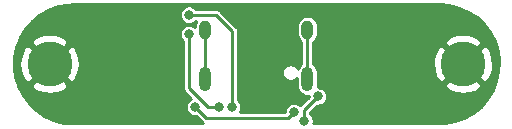
<source format=gbr>
%TF.GenerationSoftware,KiCad,Pcbnew,5.1.10-88a1d61d58~88~ubuntu20.04.1*%
%TF.CreationDate,2021-04-30T16:59:14-07:00*%
%TF.ProjectId,kb-db,6b622d64-622e-46b6-9963-61645f706362,rev?*%
%TF.SameCoordinates,Original*%
%TF.FileFunction,Copper,L2,Bot*%
%TF.FilePolarity,Positive*%
%FSLAX46Y46*%
G04 Gerber Fmt 4.6, Leading zero omitted, Abs format (unit mm)*
G04 Created by KiCad (PCBNEW 5.1.10-88a1d61d58~88~ubuntu20.04.1) date 2021-04-30 16:59:14*
%MOMM*%
%LPD*%
G01*
G04 APERTURE LIST*
%TA.AperFunction,ComponentPad*%
%ADD10C,3.800000*%
%TD*%
%TA.AperFunction,ComponentPad*%
%ADD11O,1.000000X2.100000*%
%TD*%
%TA.AperFunction,ComponentPad*%
%ADD12O,1.000000X1.600000*%
%TD*%
%TA.AperFunction,ViaPad*%
%ADD13C,0.800000*%
%TD*%
%TA.AperFunction,Conductor*%
%ADD14C,0.250000*%
%TD*%
%TA.AperFunction,Conductor*%
%ADD15C,0.254000*%
%TD*%
%TA.AperFunction,Conductor*%
%ADD16C,0.100000*%
%TD*%
G04 APERTURE END LIST*
D10*
%TO.P,H2,1*%
%TO.N,Earth*%
X61487000Y-63472000D03*
%TD*%
%TO.P,H1,1*%
%TO.N,Earth*%
X96487000Y-63472000D03*
%TD*%
D11*
%TO.P,USB1,13*%
%TO.N,Net-(C1-Pad1)*%
X83312000Y-64759000D03*
X74672000Y-64759000D03*
D12*
X83312000Y-60579000D03*
X74672000Y-60579000D03*
%TD*%
D13*
%TO.N,Earth*%
X68446000Y-65592000D03*
X88429000Y-65612347D03*
%TO.N,VCC*%
X73279000Y-60960000D03*
X75853014Y-67116004D03*
%TO.N,GND*%
X82169000Y-67564000D03*
X73785365Y-67110635D03*
%TO.N,Net-(R1-Pad2)*%
X83058000Y-68326000D03*
X84194000Y-66227000D03*
%TO.N,Net-(R2-Pad2)*%
X73279000Y-59309000D03*
X76955000Y-67116002D03*
%TD*%
D14*
%TO.N,Net-(C1-Pad1)*%
X74672000Y-64759000D02*
X74672000Y-60579000D01*
X83312000Y-60579000D02*
X83312000Y-64759000D01*
%TO.N,VCC*%
X73279000Y-60960000D02*
X73279000Y-65529685D01*
X74865319Y-67116004D02*
X75853014Y-67116004D01*
X73279000Y-65529685D02*
X74865319Y-67116004D01*
%TO.N,GND*%
X81661000Y-68072000D02*
X74746730Y-68072000D01*
X82169000Y-67564000D02*
X81661000Y-68072000D01*
X74746730Y-68072000D02*
X73785365Y-67110635D01*
%TO.N,Net-(R1-Pad2)*%
X83058000Y-68326000D02*
X83058000Y-67363000D01*
X83058000Y-67363000D02*
X84194000Y-66227000D01*
%TO.N,Net-(R2-Pad2)*%
X76955000Y-60699000D02*
X76955000Y-67116002D01*
X73279000Y-59309000D02*
X75565000Y-59309000D01*
X75565000Y-59309000D02*
X76955000Y-60699000D01*
%TD*%
D15*
%TO.N,Earth*%
X95336581Y-58501726D02*
X96161880Y-58715931D01*
X96939275Y-59066123D01*
X97646563Y-59542296D01*
X98263505Y-60130830D01*
X98772464Y-60814895D01*
X99158893Y-61574945D01*
X99411735Y-62389227D01*
X99523763Y-63234474D01*
X99491777Y-64086509D01*
X99316687Y-64920978D01*
X99003503Y-65714010D01*
X98561175Y-66442942D01*
X98002360Y-67086921D01*
X97343022Y-67627544D01*
X96602030Y-68049341D01*
X95800559Y-68340261D01*
X94953066Y-68493514D01*
X94476250Y-68516000D01*
X83816508Y-68516000D01*
X83839000Y-68402922D01*
X83839000Y-68249078D01*
X83808987Y-68098191D01*
X83750113Y-67956058D01*
X83664642Y-67828141D01*
X83564000Y-67727499D01*
X83564000Y-67572591D01*
X84128592Y-67008000D01*
X84270922Y-67008000D01*
X84421809Y-66977987D01*
X84563942Y-66919113D01*
X84691859Y-66833642D01*
X84800642Y-66724859D01*
X84886113Y-66596942D01*
X84944987Y-66454809D01*
X84975000Y-66303922D01*
X84975000Y-66150078D01*
X84944987Y-65999191D01*
X84886113Y-65857058D01*
X84800642Y-65729141D01*
X84691859Y-65620358D01*
X84563942Y-65534887D01*
X84421809Y-65476013D01*
X84270922Y-65446000D01*
X84183769Y-65446000D01*
X84193000Y-65352273D01*
X84193000Y-65248349D01*
X94890256Y-65248349D01*
X95094362Y-65604867D01*
X95537223Y-65835575D01*
X96016583Y-65975452D01*
X96514021Y-66019123D01*
X97010422Y-65964909D01*
X97486707Y-65814894D01*
X97879638Y-65604867D01*
X98083744Y-65248349D01*
X96487000Y-63651605D01*
X94890256Y-65248349D01*
X84193000Y-65248349D01*
X84193000Y-64165727D01*
X84180252Y-64036294D01*
X84129875Y-63870225D01*
X84048068Y-63717175D01*
X83937975Y-63583025D01*
X83835615Y-63499021D01*
X93939877Y-63499021D01*
X93994091Y-63995422D01*
X94144106Y-64471707D01*
X94354133Y-64864638D01*
X94710651Y-65068744D01*
X96307395Y-63472000D01*
X96666605Y-63472000D01*
X98263349Y-65068744D01*
X98619867Y-64864638D01*
X98850575Y-64421777D01*
X98990452Y-63942417D01*
X99034123Y-63444979D01*
X98979909Y-62948578D01*
X98829894Y-62472293D01*
X98619867Y-62079362D01*
X98263349Y-61875256D01*
X96666605Y-63472000D01*
X96307395Y-63472000D01*
X94710651Y-61875256D01*
X94354133Y-62079362D01*
X94123425Y-62522223D01*
X93983548Y-63001583D01*
X93939877Y-63499021D01*
X83835615Y-63499021D01*
X83818000Y-63484565D01*
X83818000Y-61695651D01*
X94890256Y-61695651D01*
X96487000Y-63292395D01*
X98083744Y-61695651D01*
X97879638Y-61339133D01*
X97436777Y-61108425D01*
X96957417Y-60968548D01*
X96459979Y-60924877D01*
X95963578Y-60979091D01*
X95487293Y-61129106D01*
X95094362Y-61339133D01*
X94890256Y-61695651D01*
X83818000Y-61695651D01*
X83818000Y-61603434D01*
X83937975Y-61504975D01*
X84048068Y-61370825D01*
X84129875Y-61217775D01*
X84180252Y-61051706D01*
X84193000Y-60922273D01*
X84193000Y-60235727D01*
X84180252Y-60106294D01*
X84129875Y-59940225D01*
X84048068Y-59787175D01*
X83937975Y-59653025D01*
X83803825Y-59542932D01*
X83650775Y-59461125D01*
X83484706Y-59410748D01*
X83312000Y-59393738D01*
X83139295Y-59410748D01*
X82973226Y-59461125D01*
X82820176Y-59542932D01*
X82686026Y-59653025D01*
X82575933Y-59787175D01*
X82494125Y-59940225D01*
X82443748Y-60106294D01*
X82431000Y-60235727D01*
X82431000Y-60922272D01*
X82443748Y-61051705D01*
X82494125Y-61217774D01*
X82575932Y-61370824D01*
X82686025Y-61504975D01*
X82806000Y-61603435D01*
X82806001Y-63484565D01*
X82686026Y-63583025D01*
X82575933Y-63717175D01*
X82494126Y-63870225D01*
X82493266Y-63873059D01*
X82430386Y-63778951D01*
X82332049Y-63680614D01*
X82216416Y-63603351D01*
X82087933Y-63550131D01*
X81951535Y-63523000D01*
X81812465Y-63523000D01*
X81676067Y-63550131D01*
X81547584Y-63603351D01*
X81431951Y-63680614D01*
X81333614Y-63778951D01*
X81256351Y-63894584D01*
X81203131Y-64023067D01*
X81176000Y-64159465D01*
X81176000Y-64298535D01*
X81203131Y-64434933D01*
X81256351Y-64563416D01*
X81333614Y-64679049D01*
X81431951Y-64777386D01*
X81547584Y-64854649D01*
X81676067Y-64907869D01*
X81812465Y-64935000D01*
X81951535Y-64935000D01*
X82087933Y-64907869D01*
X82216416Y-64854649D01*
X82332049Y-64777386D01*
X82430386Y-64679049D01*
X82431001Y-64678129D01*
X82431000Y-65352272D01*
X82443748Y-65481705D01*
X82494125Y-65647774D01*
X82575932Y-65800824D01*
X82686025Y-65934975D01*
X82820175Y-66045068D01*
X82973225Y-66126875D01*
X83139294Y-66177252D01*
X83312000Y-66194262D01*
X83413000Y-66184314D01*
X83413000Y-66292408D01*
X82717780Y-66987629D01*
X82706438Y-66996937D01*
X82666859Y-66957358D01*
X82538942Y-66871887D01*
X82396809Y-66813013D01*
X82245922Y-66783000D01*
X82092078Y-66783000D01*
X81941191Y-66813013D01*
X81799058Y-66871887D01*
X81671141Y-66957358D01*
X81562358Y-67066141D01*
X81476887Y-67194058D01*
X81418013Y-67336191D01*
X81388000Y-67487078D01*
X81388000Y-67566000D01*
X77593622Y-67566000D01*
X77647113Y-67485944D01*
X77705987Y-67343811D01*
X77736000Y-67192924D01*
X77736000Y-67039080D01*
X77705987Y-66888193D01*
X77647113Y-66746060D01*
X77561642Y-66618143D01*
X77461000Y-66517501D01*
X77461000Y-60723854D01*
X77463448Y-60699000D01*
X77453678Y-60599807D01*
X77424745Y-60504425D01*
X77417171Y-60490255D01*
X77377759Y-60416521D01*
X77314527Y-60339473D01*
X77295220Y-60323628D01*
X75940376Y-58968785D01*
X75924527Y-58949473D01*
X75847479Y-58886241D01*
X75759575Y-58839255D01*
X75664193Y-58810322D01*
X75589854Y-58803000D01*
X75589846Y-58803000D01*
X75565000Y-58800553D01*
X75540154Y-58803000D01*
X73877501Y-58803000D01*
X73776859Y-58702358D01*
X73648942Y-58616887D01*
X73506809Y-58558013D01*
X73355922Y-58528000D01*
X73202078Y-58528000D01*
X73051191Y-58558013D01*
X72909058Y-58616887D01*
X72781141Y-58702358D01*
X72672358Y-58811141D01*
X72586887Y-58939058D01*
X72528013Y-59081191D01*
X72498000Y-59232078D01*
X72498000Y-59385922D01*
X72528013Y-59536809D01*
X72586887Y-59678942D01*
X72672358Y-59806859D01*
X72781141Y-59915642D01*
X72909058Y-60001113D01*
X73051191Y-60059987D01*
X73202078Y-60090000D01*
X73355922Y-60090000D01*
X73506809Y-60059987D01*
X73648942Y-60001113D01*
X73776859Y-59915642D01*
X73877501Y-59815000D01*
X73921060Y-59815000D01*
X73854125Y-59940225D01*
X73803748Y-60106294D01*
X73791000Y-60235727D01*
X73791000Y-60367499D01*
X73776859Y-60353358D01*
X73648942Y-60267887D01*
X73506809Y-60209013D01*
X73355922Y-60179000D01*
X73202078Y-60179000D01*
X73051191Y-60209013D01*
X72909058Y-60267887D01*
X72781141Y-60353358D01*
X72672358Y-60462141D01*
X72586887Y-60590058D01*
X72528013Y-60732191D01*
X72498000Y-60883078D01*
X72498000Y-61036922D01*
X72528013Y-61187809D01*
X72586887Y-61329942D01*
X72672358Y-61457859D01*
X72773000Y-61558501D01*
X72773001Y-65504829D01*
X72770553Y-65529685D01*
X72780322Y-65628877D01*
X72809255Y-65724259D01*
X72809256Y-65724260D01*
X72856242Y-65812164D01*
X72919474Y-65889212D01*
X72938780Y-65905057D01*
X73441460Y-66407737D01*
X73415423Y-66418522D01*
X73287506Y-66503993D01*
X73178723Y-66612776D01*
X73093252Y-66740693D01*
X73034378Y-66882826D01*
X73004365Y-67033713D01*
X73004365Y-67187557D01*
X73034378Y-67338444D01*
X73093252Y-67480577D01*
X73178723Y-67608494D01*
X73287506Y-67717277D01*
X73415423Y-67802748D01*
X73557556Y-67861622D01*
X73708443Y-67891635D01*
X73850774Y-67891635D01*
X74371358Y-68412220D01*
X74387203Y-68431527D01*
X74464251Y-68494759D01*
X74503990Y-68516000D01*
X63506309Y-68516000D01*
X62637420Y-68442274D01*
X61812125Y-68228070D01*
X61034725Y-67877877D01*
X60327434Y-67401701D01*
X59710493Y-66813167D01*
X59201534Y-66129103D01*
X58815107Y-65369055D01*
X58777627Y-65248349D01*
X59890256Y-65248349D01*
X60094362Y-65604867D01*
X60537223Y-65835575D01*
X61016583Y-65975452D01*
X61514021Y-66019123D01*
X62010422Y-65964909D01*
X62486707Y-65814894D01*
X62879638Y-65604867D01*
X63083744Y-65248349D01*
X61487000Y-63651605D01*
X59890256Y-65248349D01*
X58777627Y-65248349D01*
X58562265Y-64554774D01*
X58450237Y-63709526D01*
X58458139Y-63499021D01*
X58939877Y-63499021D01*
X58994091Y-63995422D01*
X59144106Y-64471707D01*
X59354133Y-64864638D01*
X59710651Y-65068744D01*
X61307395Y-63472000D01*
X61666605Y-63472000D01*
X63263349Y-65068744D01*
X63619867Y-64864638D01*
X63850575Y-64421777D01*
X63990452Y-63942417D01*
X64034123Y-63444979D01*
X63979909Y-62948578D01*
X63829894Y-62472293D01*
X63619867Y-62079362D01*
X63263349Y-61875256D01*
X61666605Y-63472000D01*
X61307395Y-63472000D01*
X59710651Y-61875256D01*
X59354133Y-62079362D01*
X59123425Y-62522223D01*
X58983548Y-63001583D01*
X58939877Y-63499021D01*
X58458139Y-63499021D01*
X58482223Y-62857491D01*
X58657313Y-62023022D01*
X58786598Y-61695651D01*
X59890256Y-61695651D01*
X61487000Y-63292395D01*
X63083744Y-61695651D01*
X62879638Y-61339133D01*
X62436777Y-61108425D01*
X61957417Y-60968548D01*
X61459979Y-60924877D01*
X60963578Y-60979091D01*
X60487293Y-61129106D01*
X60094362Y-61339133D01*
X59890256Y-61695651D01*
X58786598Y-61695651D01*
X58970496Y-61229993D01*
X59412827Y-60501054D01*
X59971640Y-59857080D01*
X60630978Y-59316456D01*
X61371972Y-58894658D01*
X62173445Y-58603737D01*
X63020934Y-58450486D01*
X63497750Y-58428000D01*
X94467691Y-58428000D01*
X95336581Y-58501726D01*
%TA.AperFunction,Conductor*%
D16*
G36*
X95336581Y-58501726D02*
G01*
X96161880Y-58715931D01*
X96939275Y-59066123D01*
X97646563Y-59542296D01*
X98263505Y-60130830D01*
X98772464Y-60814895D01*
X99158893Y-61574945D01*
X99411735Y-62389227D01*
X99523763Y-63234474D01*
X99491777Y-64086509D01*
X99316687Y-64920978D01*
X99003503Y-65714010D01*
X98561175Y-66442942D01*
X98002360Y-67086921D01*
X97343022Y-67627544D01*
X96602030Y-68049341D01*
X95800559Y-68340261D01*
X94953066Y-68493514D01*
X94476250Y-68516000D01*
X83816508Y-68516000D01*
X83839000Y-68402922D01*
X83839000Y-68249078D01*
X83808987Y-68098191D01*
X83750113Y-67956058D01*
X83664642Y-67828141D01*
X83564000Y-67727499D01*
X83564000Y-67572591D01*
X84128592Y-67008000D01*
X84270922Y-67008000D01*
X84421809Y-66977987D01*
X84563942Y-66919113D01*
X84691859Y-66833642D01*
X84800642Y-66724859D01*
X84886113Y-66596942D01*
X84944987Y-66454809D01*
X84975000Y-66303922D01*
X84975000Y-66150078D01*
X84944987Y-65999191D01*
X84886113Y-65857058D01*
X84800642Y-65729141D01*
X84691859Y-65620358D01*
X84563942Y-65534887D01*
X84421809Y-65476013D01*
X84270922Y-65446000D01*
X84183769Y-65446000D01*
X84193000Y-65352273D01*
X84193000Y-65248349D01*
X94890256Y-65248349D01*
X95094362Y-65604867D01*
X95537223Y-65835575D01*
X96016583Y-65975452D01*
X96514021Y-66019123D01*
X97010422Y-65964909D01*
X97486707Y-65814894D01*
X97879638Y-65604867D01*
X98083744Y-65248349D01*
X96487000Y-63651605D01*
X94890256Y-65248349D01*
X84193000Y-65248349D01*
X84193000Y-64165727D01*
X84180252Y-64036294D01*
X84129875Y-63870225D01*
X84048068Y-63717175D01*
X83937975Y-63583025D01*
X83835615Y-63499021D01*
X93939877Y-63499021D01*
X93994091Y-63995422D01*
X94144106Y-64471707D01*
X94354133Y-64864638D01*
X94710651Y-65068744D01*
X96307395Y-63472000D01*
X96666605Y-63472000D01*
X98263349Y-65068744D01*
X98619867Y-64864638D01*
X98850575Y-64421777D01*
X98990452Y-63942417D01*
X99034123Y-63444979D01*
X98979909Y-62948578D01*
X98829894Y-62472293D01*
X98619867Y-62079362D01*
X98263349Y-61875256D01*
X96666605Y-63472000D01*
X96307395Y-63472000D01*
X94710651Y-61875256D01*
X94354133Y-62079362D01*
X94123425Y-62522223D01*
X93983548Y-63001583D01*
X93939877Y-63499021D01*
X83835615Y-63499021D01*
X83818000Y-63484565D01*
X83818000Y-61695651D01*
X94890256Y-61695651D01*
X96487000Y-63292395D01*
X98083744Y-61695651D01*
X97879638Y-61339133D01*
X97436777Y-61108425D01*
X96957417Y-60968548D01*
X96459979Y-60924877D01*
X95963578Y-60979091D01*
X95487293Y-61129106D01*
X95094362Y-61339133D01*
X94890256Y-61695651D01*
X83818000Y-61695651D01*
X83818000Y-61603434D01*
X83937975Y-61504975D01*
X84048068Y-61370825D01*
X84129875Y-61217775D01*
X84180252Y-61051706D01*
X84193000Y-60922273D01*
X84193000Y-60235727D01*
X84180252Y-60106294D01*
X84129875Y-59940225D01*
X84048068Y-59787175D01*
X83937975Y-59653025D01*
X83803825Y-59542932D01*
X83650775Y-59461125D01*
X83484706Y-59410748D01*
X83312000Y-59393738D01*
X83139295Y-59410748D01*
X82973226Y-59461125D01*
X82820176Y-59542932D01*
X82686026Y-59653025D01*
X82575933Y-59787175D01*
X82494125Y-59940225D01*
X82443748Y-60106294D01*
X82431000Y-60235727D01*
X82431000Y-60922272D01*
X82443748Y-61051705D01*
X82494125Y-61217774D01*
X82575932Y-61370824D01*
X82686025Y-61504975D01*
X82806000Y-61603435D01*
X82806001Y-63484565D01*
X82686026Y-63583025D01*
X82575933Y-63717175D01*
X82494126Y-63870225D01*
X82493266Y-63873059D01*
X82430386Y-63778951D01*
X82332049Y-63680614D01*
X82216416Y-63603351D01*
X82087933Y-63550131D01*
X81951535Y-63523000D01*
X81812465Y-63523000D01*
X81676067Y-63550131D01*
X81547584Y-63603351D01*
X81431951Y-63680614D01*
X81333614Y-63778951D01*
X81256351Y-63894584D01*
X81203131Y-64023067D01*
X81176000Y-64159465D01*
X81176000Y-64298535D01*
X81203131Y-64434933D01*
X81256351Y-64563416D01*
X81333614Y-64679049D01*
X81431951Y-64777386D01*
X81547584Y-64854649D01*
X81676067Y-64907869D01*
X81812465Y-64935000D01*
X81951535Y-64935000D01*
X82087933Y-64907869D01*
X82216416Y-64854649D01*
X82332049Y-64777386D01*
X82430386Y-64679049D01*
X82431001Y-64678129D01*
X82431000Y-65352272D01*
X82443748Y-65481705D01*
X82494125Y-65647774D01*
X82575932Y-65800824D01*
X82686025Y-65934975D01*
X82820175Y-66045068D01*
X82973225Y-66126875D01*
X83139294Y-66177252D01*
X83312000Y-66194262D01*
X83413000Y-66184314D01*
X83413000Y-66292408D01*
X82717780Y-66987629D01*
X82706438Y-66996937D01*
X82666859Y-66957358D01*
X82538942Y-66871887D01*
X82396809Y-66813013D01*
X82245922Y-66783000D01*
X82092078Y-66783000D01*
X81941191Y-66813013D01*
X81799058Y-66871887D01*
X81671141Y-66957358D01*
X81562358Y-67066141D01*
X81476887Y-67194058D01*
X81418013Y-67336191D01*
X81388000Y-67487078D01*
X81388000Y-67566000D01*
X77593622Y-67566000D01*
X77647113Y-67485944D01*
X77705987Y-67343811D01*
X77736000Y-67192924D01*
X77736000Y-67039080D01*
X77705987Y-66888193D01*
X77647113Y-66746060D01*
X77561642Y-66618143D01*
X77461000Y-66517501D01*
X77461000Y-60723854D01*
X77463448Y-60699000D01*
X77453678Y-60599807D01*
X77424745Y-60504425D01*
X77417171Y-60490255D01*
X77377759Y-60416521D01*
X77314527Y-60339473D01*
X77295220Y-60323628D01*
X75940376Y-58968785D01*
X75924527Y-58949473D01*
X75847479Y-58886241D01*
X75759575Y-58839255D01*
X75664193Y-58810322D01*
X75589854Y-58803000D01*
X75589846Y-58803000D01*
X75565000Y-58800553D01*
X75540154Y-58803000D01*
X73877501Y-58803000D01*
X73776859Y-58702358D01*
X73648942Y-58616887D01*
X73506809Y-58558013D01*
X73355922Y-58528000D01*
X73202078Y-58528000D01*
X73051191Y-58558013D01*
X72909058Y-58616887D01*
X72781141Y-58702358D01*
X72672358Y-58811141D01*
X72586887Y-58939058D01*
X72528013Y-59081191D01*
X72498000Y-59232078D01*
X72498000Y-59385922D01*
X72528013Y-59536809D01*
X72586887Y-59678942D01*
X72672358Y-59806859D01*
X72781141Y-59915642D01*
X72909058Y-60001113D01*
X73051191Y-60059987D01*
X73202078Y-60090000D01*
X73355922Y-60090000D01*
X73506809Y-60059987D01*
X73648942Y-60001113D01*
X73776859Y-59915642D01*
X73877501Y-59815000D01*
X73921060Y-59815000D01*
X73854125Y-59940225D01*
X73803748Y-60106294D01*
X73791000Y-60235727D01*
X73791000Y-60367499D01*
X73776859Y-60353358D01*
X73648942Y-60267887D01*
X73506809Y-60209013D01*
X73355922Y-60179000D01*
X73202078Y-60179000D01*
X73051191Y-60209013D01*
X72909058Y-60267887D01*
X72781141Y-60353358D01*
X72672358Y-60462141D01*
X72586887Y-60590058D01*
X72528013Y-60732191D01*
X72498000Y-60883078D01*
X72498000Y-61036922D01*
X72528013Y-61187809D01*
X72586887Y-61329942D01*
X72672358Y-61457859D01*
X72773000Y-61558501D01*
X72773001Y-65504829D01*
X72770553Y-65529685D01*
X72780322Y-65628877D01*
X72809255Y-65724259D01*
X72809256Y-65724260D01*
X72856242Y-65812164D01*
X72919474Y-65889212D01*
X72938780Y-65905057D01*
X73441460Y-66407737D01*
X73415423Y-66418522D01*
X73287506Y-66503993D01*
X73178723Y-66612776D01*
X73093252Y-66740693D01*
X73034378Y-66882826D01*
X73004365Y-67033713D01*
X73004365Y-67187557D01*
X73034378Y-67338444D01*
X73093252Y-67480577D01*
X73178723Y-67608494D01*
X73287506Y-67717277D01*
X73415423Y-67802748D01*
X73557556Y-67861622D01*
X73708443Y-67891635D01*
X73850774Y-67891635D01*
X74371358Y-68412220D01*
X74387203Y-68431527D01*
X74464251Y-68494759D01*
X74503990Y-68516000D01*
X63506309Y-68516000D01*
X62637420Y-68442274D01*
X61812125Y-68228070D01*
X61034725Y-67877877D01*
X60327434Y-67401701D01*
X59710493Y-66813167D01*
X59201534Y-66129103D01*
X58815107Y-65369055D01*
X58777627Y-65248349D01*
X59890256Y-65248349D01*
X60094362Y-65604867D01*
X60537223Y-65835575D01*
X61016583Y-65975452D01*
X61514021Y-66019123D01*
X62010422Y-65964909D01*
X62486707Y-65814894D01*
X62879638Y-65604867D01*
X63083744Y-65248349D01*
X61487000Y-63651605D01*
X59890256Y-65248349D01*
X58777627Y-65248349D01*
X58562265Y-64554774D01*
X58450237Y-63709526D01*
X58458139Y-63499021D01*
X58939877Y-63499021D01*
X58994091Y-63995422D01*
X59144106Y-64471707D01*
X59354133Y-64864638D01*
X59710651Y-65068744D01*
X61307395Y-63472000D01*
X61666605Y-63472000D01*
X63263349Y-65068744D01*
X63619867Y-64864638D01*
X63850575Y-64421777D01*
X63990452Y-63942417D01*
X64034123Y-63444979D01*
X63979909Y-62948578D01*
X63829894Y-62472293D01*
X63619867Y-62079362D01*
X63263349Y-61875256D01*
X61666605Y-63472000D01*
X61307395Y-63472000D01*
X59710651Y-61875256D01*
X59354133Y-62079362D01*
X59123425Y-62522223D01*
X58983548Y-63001583D01*
X58939877Y-63499021D01*
X58458139Y-63499021D01*
X58482223Y-62857491D01*
X58657313Y-62023022D01*
X58786598Y-61695651D01*
X59890256Y-61695651D01*
X61487000Y-63292395D01*
X63083744Y-61695651D01*
X62879638Y-61339133D01*
X62436777Y-61108425D01*
X61957417Y-60968548D01*
X61459979Y-60924877D01*
X60963578Y-60979091D01*
X60487293Y-61129106D01*
X60094362Y-61339133D01*
X59890256Y-61695651D01*
X58786598Y-61695651D01*
X58970496Y-61229993D01*
X59412827Y-60501054D01*
X59971640Y-59857080D01*
X60630978Y-59316456D01*
X61371972Y-58894658D01*
X62173445Y-58603737D01*
X63020934Y-58450486D01*
X63497750Y-58428000D01*
X94467691Y-58428000D01*
X95336581Y-58501726D01*
G37*
%TD.AperFunction*%
%TD*%
M02*

</source>
